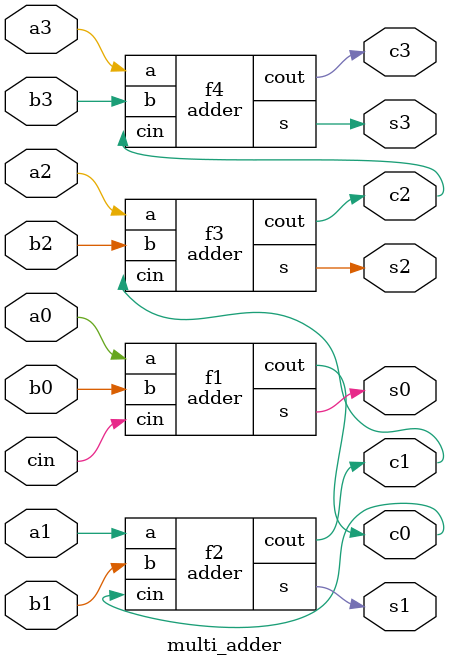
<source format=v>

module adder(input a,input b, input cin, output s, output cout);

    assign s = a ^ b ^ cin;
    assign cout = a&b | cin & (a^b);
endmodule

module multi_adder(input a0,a1,a2,a3,b0,b1,b2,b3,cin,output s0,s1,s2,s3,c3,c0,c1,c2);

    // input a0,a1,a2,a3,b0,b1,b2,b3,cin;
    // wire s0,s1,s2,s3,c0,c1,c2,c3;
    adder f1 (a0,b0,cin,s0,c0);
    adder f2 (a1,b1,c0,s1,c1);
    adder f3 (a2,b2,c1,s2,c2);
    adder f4 (a3,b3,c2,s3,c3);  
endmodule
</source>
